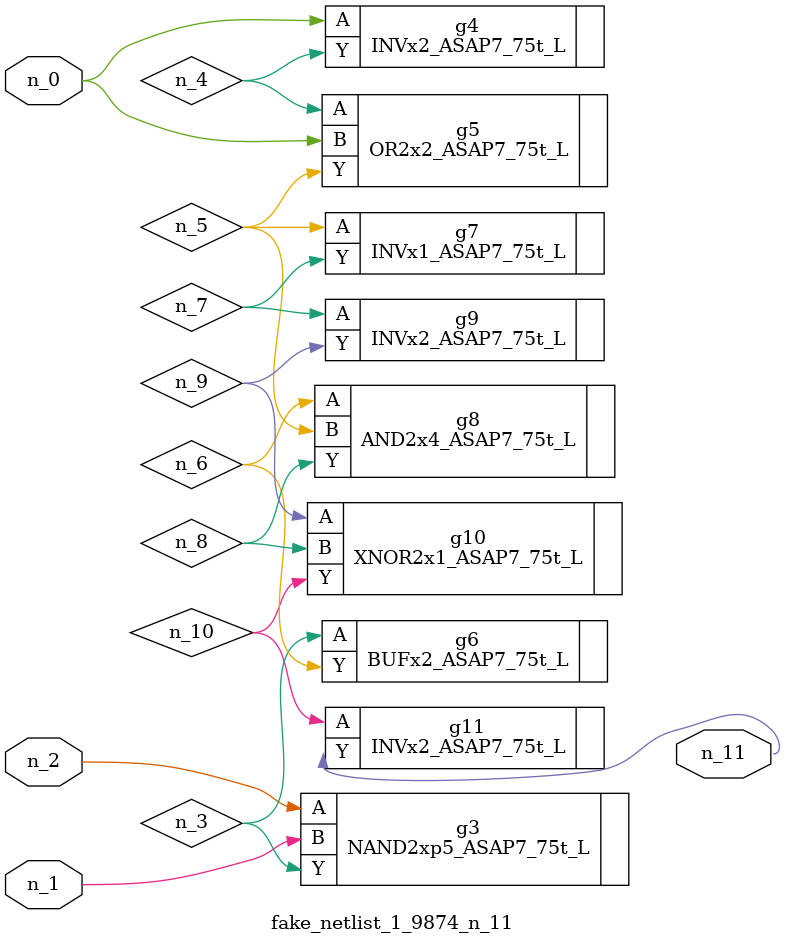
<source format=v>
module fake_netlist_1_9874_n_11 (n_1, n_2, n_0, n_11);
input n_1;
input n_2;
input n_0;
output n_11;
wire n_6;
wire n_4;
wire n_3;
wire n_9;
wire n_5;
wire n_7;
wire n_10;
wire n_8;
NAND2xp5_ASAP7_75t_L g3 ( .A(n_2), .B(n_1), .Y(n_3) );
INVx2_ASAP7_75t_L g4 ( .A(n_0), .Y(n_4) );
OR2x2_ASAP7_75t_L g5 ( .A(n_4), .B(n_0), .Y(n_5) );
BUFx2_ASAP7_75t_L g6 ( .A(n_3), .Y(n_6) );
INVx1_ASAP7_75t_L g7 ( .A(n_5), .Y(n_7) );
AND2x4_ASAP7_75t_L g8 ( .A(n_6), .B(n_5), .Y(n_8) );
INVx2_ASAP7_75t_L g9 ( .A(n_7), .Y(n_9) );
XNOR2x1_ASAP7_75t_L g10 ( .A(n_9), .B(n_8), .Y(n_10) );
INVx2_ASAP7_75t_L g11 ( .A(n_10), .Y(n_11) );
endmodule
</source>
